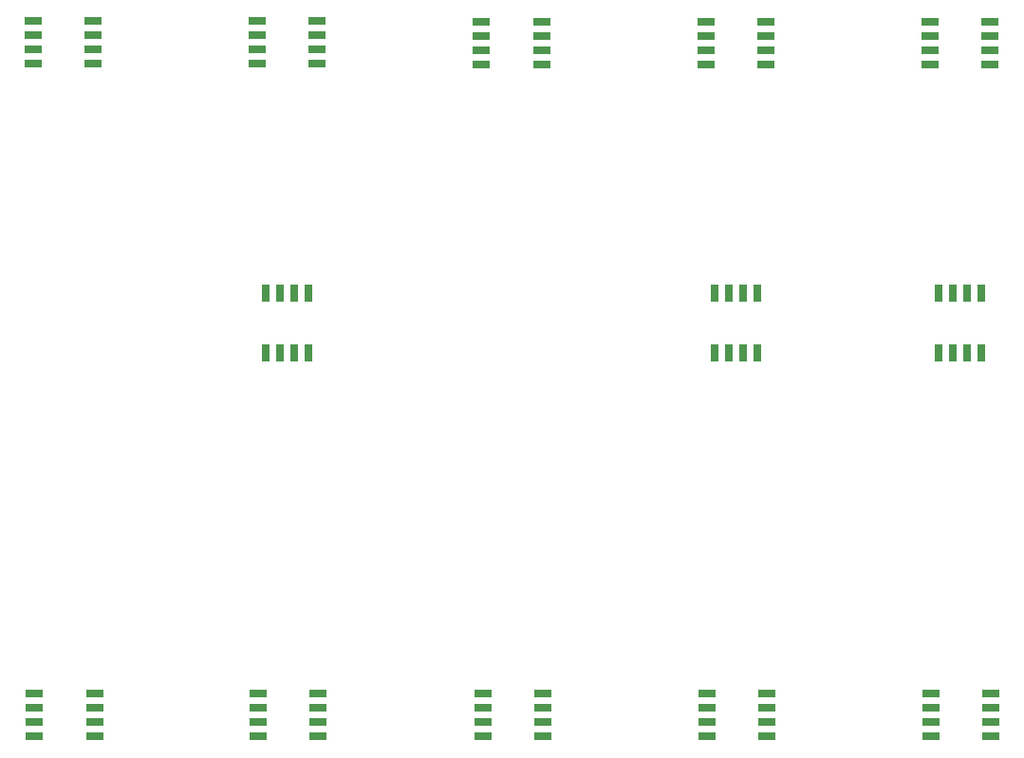
<source format=gbr>
%TF.GenerationSoftware,KiCad,Pcbnew,(6.0.4)*%
%TF.CreationDate,2022-05-01T19:30:29-04:00*%
%TF.ProjectId,ultrasonic,756c7472-6173-46f6-9e69-632e6b696361,rev?*%
%TF.SameCoordinates,Original*%
%TF.FileFunction,Paste,Top*%
%TF.FilePolarity,Positive*%
%FSLAX46Y46*%
G04 Gerber Fmt 4.6, Leading zero omitted, Abs format (unit mm)*
G04 Created by KiCad (PCBNEW (6.0.4)) date 2022-05-01 19:30:29*
%MOMM*%
%LPD*%
G01*
G04 APERTURE LIST*
G04 Aperture macros list*
%AMRoundRect*
0 Rectangle with rounded corners*
0 $1 Rounding radius*
0 $2 $3 $4 $5 $6 $7 $8 $9 X,Y pos of 4 corners*
0 Add a 4 corners polygon primitive as box body*
4,1,4,$2,$3,$4,$5,$6,$7,$8,$9,$2,$3,0*
0 Add four circle primitives for the rounded corners*
1,1,$1+$1,$2,$3*
1,1,$1+$1,$4,$5*
1,1,$1+$1,$6,$7*
1,1,$1+$1,$8,$9*
0 Add four rect primitives between the rounded corners*
20,1,$1+$1,$2,$3,$4,$5,0*
20,1,$1+$1,$4,$5,$6,$7,0*
20,1,$1+$1,$6,$7,$8,$9,0*
20,1,$1+$1,$8,$9,$2,$3,0*%
G04 Aperture macros list end*
%ADD10RoundRect,0.042000X-0.748000X-0.258000X0.748000X-0.258000X0.748000X0.258000X-0.748000X0.258000X0*%
%ADD11RoundRect,0.042000X-0.258000X0.748000X-0.258000X-0.748000X0.258000X-0.748000X0.258000X0.748000X0*%
G04 APERTURE END LIST*
D10*
%TO.C,REF\u002A\u002A*%
X132451247Y-128095001D03*
X132451247Y-129365001D03*
X132451247Y-130635001D03*
X132451247Y-131905001D03*
X137791247Y-131905001D03*
X137791247Y-130635001D03*
X137791247Y-129365001D03*
X137791247Y-128095001D03*
%TD*%
%TO.C,REF\u002A\u002A*%
X152451247Y-128095001D03*
X152451247Y-129365001D03*
X152451247Y-130635001D03*
X152451247Y-131905001D03*
X157791247Y-131905001D03*
X157791247Y-130635001D03*
X157791247Y-129365001D03*
X157791247Y-128095001D03*
%TD*%
%TO.C,REF\u002A\u002A*%
X72451247Y-128056127D03*
X72451247Y-129326127D03*
X72451247Y-130596127D03*
X72451247Y-131866127D03*
X77791247Y-131866127D03*
X77791247Y-130596127D03*
X77791247Y-129326127D03*
X77791247Y-128056127D03*
%TD*%
%TO.C,REF\u002A\u002A*%
X92424833Y-128056127D03*
X92424833Y-129326127D03*
X92424833Y-130596127D03*
X92424833Y-131866127D03*
X97764833Y-131866127D03*
X97764833Y-130596127D03*
X97764833Y-129326127D03*
X97764833Y-128056127D03*
%TD*%
%TO.C,REF\u002A\u002A*%
X112451247Y-128095001D03*
X112451247Y-129365001D03*
X112451247Y-130635001D03*
X112451247Y-131905001D03*
X117791247Y-131905001D03*
X117791247Y-130635001D03*
X117791247Y-129365001D03*
X117791247Y-128095001D03*
%TD*%
%TO.C,REF\u002A\u002A*%
X72330000Y-68056126D03*
X72330000Y-69326126D03*
X72330000Y-70596126D03*
X72330000Y-71866126D03*
X77670000Y-71866126D03*
X77670000Y-70596126D03*
X77670000Y-69326126D03*
X77670000Y-68056126D03*
%TD*%
D11*
%TO.C,REF\u002A\u002A*%
X156905000Y-92330000D03*
X155635000Y-92330000D03*
X154365000Y-92330000D03*
X153095000Y-92330000D03*
X153095000Y-97670000D03*
X154365000Y-97670000D03*
X155635000Y-97670000D03*
X156905000Y-97670000D03*
%TD*%
%TO.C,REF\u002A\u002A*%
X136905000Y-92330000D03*
X135635000Y-92330000D03*
X134365000Y-92330000D03*
X133095000Y-92330000D03*
X133095000Y-97670000D03*
X134365000Y-97670000D03*
X135635000Y-97670000D03*
X136905000Y-97670000D03*
%TD*%
%TO.C,REF\u002A\u002A*%
X96905000Y-97670000D03*
X95635000Y-97670000D03*
X94365000Y-97670000D03*
X93095000Y-97670000D03*
X93095000Y-92330000D03*
X94365000Y-92330000D03*
X95635000Y-92330000D03*
X96905000Y-92330000D03*
%TD*%
D10*
%TO.C,REF\u002A\u002A*%
X157670000Y-68095000D03*
X157670000Y-69365000D03*
X157670000Y-70635000D03*
X157670000Y-71905000D03*
X152330000Y-71905000D03*
X152330000Y-70635000D03*
X152330000Y-69365000D03*
X152330000Y-68095000D03*
%TD*%
%TO.C,REF\u002A\u002A*%
X137670000Y-68095000D03*
X137670000Y-69365000D03*
X137670000Y-70635000D03*
X137670000Y-71905000D03*
X132330000Y-71905000D03*
X132330000Y-70635000D03*
X132330000Y-69365000D03*
X132330000Y-68095000D03*
%TD*%
%TO.C,REF\u002A\u002A*%
X117670000Y-68095000D03*
X117670000Y-69365000D03*
X117670000Y-70635000D03*
X117670000Y-71905000D03*
X112330000Y-71905000D03*
X112330000Y-70635000D03*
X112330000Y-69365000D03*
X112330000Y-68095000D03*
%TD*%
%TO.C,REF\u002A\u002A*%
X97643586Y-68056126D03*
X97643586Y-69326126D03*
X97643586Y-70596126D03*
X97643586Y-71866126D03*
X92303586Y-71866126D03*
X92303586Y-70596126D03*
X92303586Y-69326126D03*
X92303586Y-68056126D03*
%TD*%
M02*

</source>
